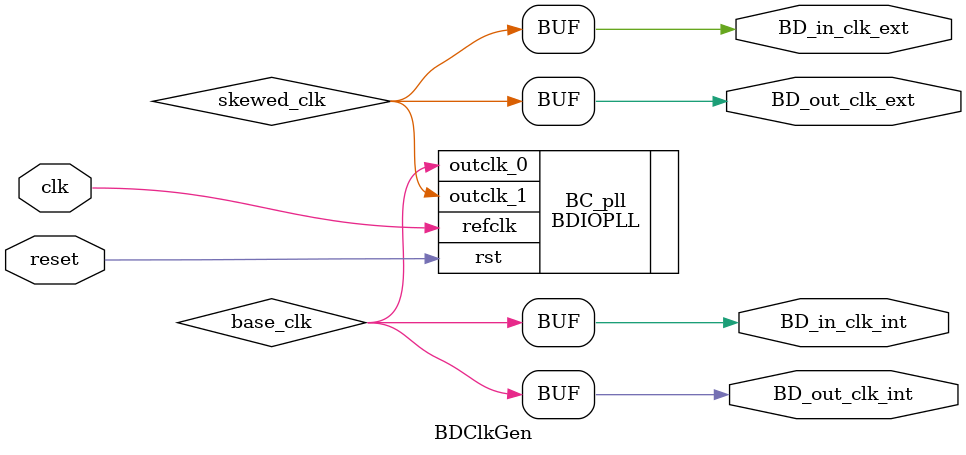
<source format=sv>
`ifdef SIMULATION
  `include "../quartus/BDIOPLL.v"
  `include "../quartus/BDIOPLL/BDIOPLL_0002.v"
`endif

module BDClkGen (
  output wire BD_in_clk_int,
  output wire BD_in_clk_ext,
  output wire BD_out_clk_int,
  output wire BD_out_clk_ext,
  input clk, reset);

wire skewed_clk; // unskewed 10MHz clock to use in handshaker
wire base_clk;   // skewed 10MHz clock to use for BD IO

BDIOPLL BC_pll(
  .refclk(clk),   // input clock(), 100 MHz
  .rst(reset),
  .outclk_0(base_clk),
  .outclk_1(skewed_clk));

assign BD_in_clk_ext = skewed_clk;
assign BD_out_clk_ext = skewed_clk;

assign BD_in_clk_int = base_clk;
assign BD_out_clk_int = base_clk;

endmodule

</source>
